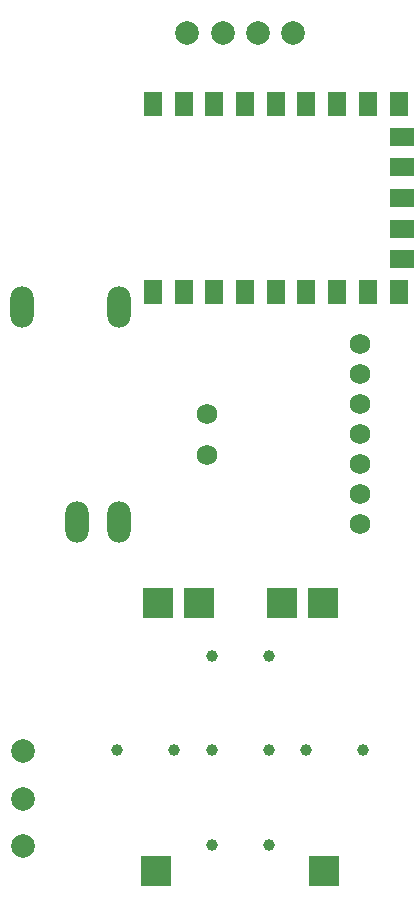
<source format=gts>
G04 #@! TF.GenerationSoftware,KiCad,Pcbnew,9.0.3*
G04 #@! TF.CreationDate,2025-12-21T00:38:46-08:00*
G04 #@! TF.ProjectId,games_aparat_electronics,67616d65-735f-4617-9061-7261745f656c,rev?*
G04 #@! TF.SameCoordinates,Original*
G04 #@! TF.FileFunction,Soldermask,Top*
G04 #@! TF.FilePolarity,Negative*
%FSLAX46Y46*%
G04 Gerber Fmt 4.6, Leading zero omitted, Abs format (unit mm)*
G04 Created by KiCad (PCBNEW 9.0.3) date 2025-12-21 00:38:46*
%MOMM*%
%LPD*%
G01*
G04 APERTURE LIST*
G04 Aperture macros list*
%AMFreePoly0*
4,1,5,0.750000,-1.000000,-0.750000,-1.000000,-0.750000,1.000000,0.750000,1.000000,0.750000,-1.000000,0.750000,-1.000000,$1*%
G04 Aperture macros list end*
%ADD10C,1.000000*%
%ADD11R,2.500000X2.500000*%
%ADD12C,2.000000*%
%ADD13FreePoly0,0.000000*%
%ADD14FreePoly0,270.000000*%
%ADD15O,2.000000X3.500000*%
%ADD16C,1.734000*%
G04 APERTURE END LIST*
D10*
X167100000Y-104200000D03*
X171900000Y-104200000D03*
D11*
X154500000Y-91700000D03*
X158000000Y-91700000D03*
X165000000Y-91700000D03*
X168500000Y-91700000D03*
X154400000Y-114400000D03*
X168600000Y-114400000D03*
D12*
X166000000Y-43500000D03*
X163000000Y-43500000D03*
X160000000Y-43500000D03*
X157000000Y-43500000D03*
X143100000Y-104300000D03*
X143100000Y-108300000D03*
X143100000Y-112300000D03*
D13*
X154100000Y-65400000D03*
X156700000Y-65400000D03*
X159300000Y-65400000D03*
X161900000Y-65400000D03*
X164500000Y-65400000D03*
X167100000Y-65400000D03*
X169700000Y-65400000D03*
X172300000Y-65400000D03*
X174900000Y-65400000D03*
D14*
X175150000Y-62650000D03*
X175150000Y-60050000D03*
X175150000Y-57450000D03*
X175150000Y-54850000D03*
X175150000Y-52250000D03*
D13*
X174900000Y-49500000D03*
X172300000Y-49500000D03*
X169700000Y-49500000D03*
X167100000Y-49500000D03*
X164500000Y-49500000D03*
X161900000Y-49500000D03*
X159300000Y-49500000D03*
X156700000Y-49500000D03*
X154100000Y-49500000D03*
D15*
X147700000Y-84900000D03*
X151200000Y-84900000D03*
X143000000Y-66700000D03*
X151200000Y-66700000D03*
D10*
X159100000Y-96200000D03*
X163900000Y-96200000D03*
X159100000Y-112200000D03*
X163900000Y-112200000D03*
X151100000Y-104200000D03*
X155900000Y-104200000D03*
X159100000Y-104200000D03*
X163900000Y-104200000D03*
D16*
X171600000Y-69820000D03*
X171600000Y-72360000D03*
X171600000Y-74900000D03*
X171600000Y-77440000D03*
X171600000Y-79980000D03*
X171600000Y-82520000D03*
X171600000Y-85060000D03*
X158646000Y-79240000D03*
X158646000Y-75740000D03*
M02*

</source>
